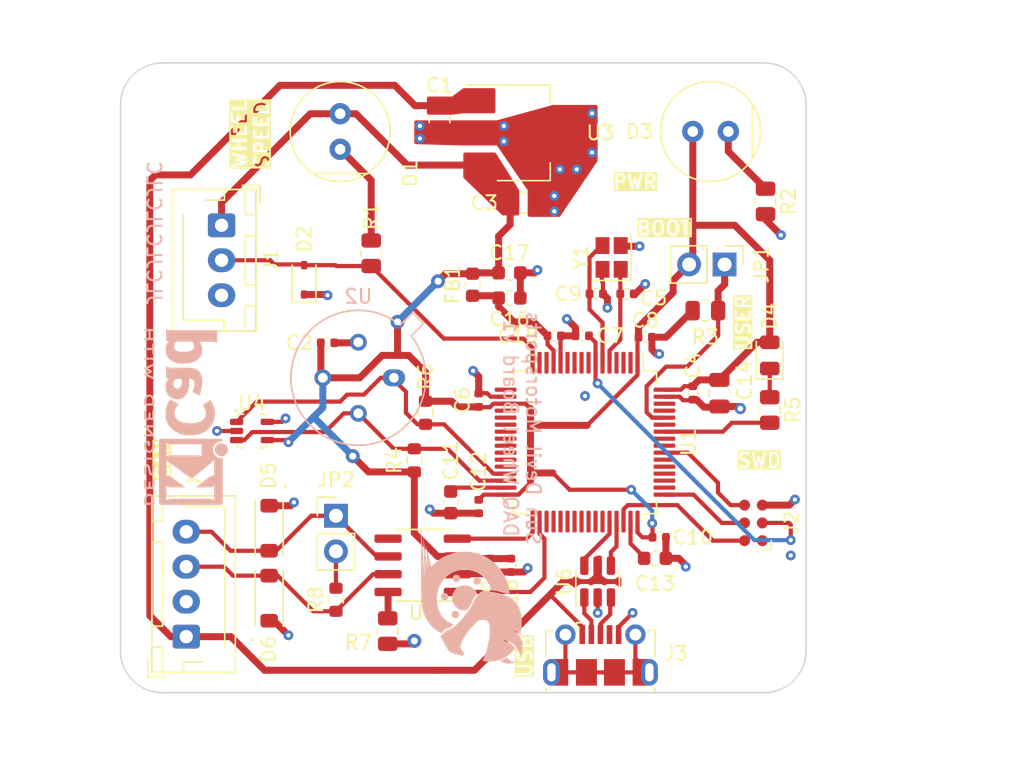
<source format=kicad_pcb>
(kicad_pcb (version 20221018) (generator pcbnew)
  (title_block (title "SDM-24 Wheel Board") (date "2023-11-03") (rev "v1") (company "Sun Devil Motorsports") (comment 1 "Front Assembly Drawing"))
  (layers (0 "F.Cu" signal) (1 "In1.Cu" power) (2 "In2.Cu" power) (31 "B.Cu" signal) (34 "B.Paste" user) (35 "F.Paste" user) (36 "B.SilkS" user "B.Silkscreen") (37 "F.SilkS" user "F.Silkscreen") (38 "B.Mask" user) (39 "F.Mask" user) (44 "Edge.Cuts" user))
  (net 0 "")
  (net 1 "+3.3V")
  (net 5 "/HSE_IN")
  (net 6 "/HSE_OUT")
  (net 7 "VCC")
  (net 8 "GND")
  (net 9 "/NRST")
  (net 10 "/SWO")
  (net 11 "Net-(JP2-B)")
  (net 12 "/USER_LED")
  (net 15 "+3.3VA")
  (net 24 "/HE_OUTPUT")
  (net 25 "/USB_D-")
  (net 26 "/USB_D+")
  (net 27 "/SWDIO")
  (net 31 "/SWCLK")
  (net 32 "/I2C2_SDA")
  (net 33 "/I2C2_SCL")
  (net 34 "/BOOT0")
  (net 35 "/CRX")
  (net 36 "/CTX")
  (net 37 "/CAN-")
  (net 38 "/CAN+")
  (net 40 "unconnected-(J3-Shield-Pad6)")
  (net 42 "/HE_LED")
  (net 43 "/PWR_LED")
  (net 44 "Net-(D4-K)")
  (net 47 "/CAN_Rs")
  (net 49 "/USB_J_D-")
  (net 50 "/USB_J_D+")
  (net 68 "/VCAP1")
  (net 69 "/VCAP2")
  (footprint "Capacitor_SMD:C_0402_1005Metric" (layer "F.Cu") (at 188.5 90.6)
    (fp_text reference "C8")
    (fp_text value "100nF")
  )
  (footprint "Connector:Tag-Connect_TC2030-IDC-NL_2x03_P1.27mm_Vertical" (layer "F.Cu") (at 196.235 103.87 90)
    (fp_text reference "J2")
    (fp_text value "Conn_ARM_SWD_TagConnect_TC2030")
  )
  (footprint "Package_TO_SOT_SMD:SOT-23-6" (layer "F.Cu") (at 185.1 108.0625 90)
    (fp_text reference "U6")
    (fp_text value "USBLC6-2SC6")
  )
  (footprint "Capacitor_SMD:C_0402_1005Metric" (layer "F.Cu") (at 176.6 102.7 -90)
    (fp_text reference "C12")
    (fp_text value "100nF")
  )
  (footprint "Diode_SMD:D_SOD-323" (layer "F.Cu") (at 164.125 86.5 90)
    (fp_text reference "D2")
    (fp_text value "TVS")
  )
  (footprint "Capacitor_SMD:C_0402_1005Metric" (layer "F.Cu") (at 178.9 106.9 -90)
    (fp_text reference "C18")
    (fp_text value "100nF")
  )
  (footprint "Capacitor_SMD:C_0603_1608Metric" (layer "F.Cu") (at 174.6 102.4 -90)
    (fp_text reference "C11")
    (fp_text value "2.2uF")
  )
  (footprint "Package_QFP:LQFP-64_10x10mm_P0.5mm" (layer "F.Cu") (at 184.2 98.1 -90)
    (fp_text reference "U1")
    (fp_text value "STM32F405RGT6")
  )
  (footprint "Capacitor_SMD:C_0603_1608Metric" (layer "F.Cu") (at 189.2 106.4)
    (fp_text reference "C13")
    (fp_text value "2.2uF")
  )
  (footprint "Library:Dialight_561-XX0X-XXX" (layer "F.Cu") (at 193.17 75.9)
    (fp_text reference "D3")
    (fp_text value "RED")
  )
  (footprint "Package_TO_SOT_SMD:SOT-223-3_TabPin2" (layer "F.Cu") (at 179.8 76)
    (fp_text reference "U3")
    (fp_text value "MIC37100-3.3WS")
  )
  (footprint "Capacitor_SMD:C_0805_2012Metric" (layer "F.Cu") (at 179.8 81)
    (fp_text reference "C3")
    (fp_text value "10uF")
  )
  (footprint "Capacitor_SMD:C_0402_1005Metric" (layer "F.Cu") (at 191.9 94.58 -90)
    (fp_text reference "C4")
    (fp_text value "100nF")
  )
  (footprint "Capacitor_SMD:C_0402_1005Metric" (layer "F.Cu") (at 184 90.5 180)
    (fp_text reference "C7")
    (fp_text value "100nF")
  )
  (footprint "Connector_JST:JST_XH_B3B-XH-AM_1x03_P2.50mm_Vertical" (layer "F.Cu") (at 158.225 82.6 -90)
    (fp_text reference "J1")
    (fp_text value "JST_XH_3P")
  )
  (footprint "Capacitor_SMD:C_0603_1608Metric" (layer "F.Cu") (at 178.8 87.8)
    (fp_text reference "C16")
    (fp_text value "1uF")
  )
  (footprint "Capacitor_SMD:C_0402_1005Metric" (layer "F.Cu") (at 177.4 106.9 -90)
    (fp_text reference "C19")
    (fp_text value "100nF")
  )
  (footprint "Resistor_SMD:R_0603_1608Metric" (layer "F.Cu") (at 172.8 96 -90)
    (fp_text reference "R6")
    (fp_text value "2.7k")
  )
  (footprint "Connector_JST:JST_XH_B4B-XH-AM_1x04_P2.50mm_Vertical" (layer "F.Cu") (at 155.7 112 90)
    (fp_text reference "J4")
    (fp_text value "JST_XH_4P")
  )
  (footprint "Capacitor_SMD:C_0805_2012Metric" (layer "F.Cu") (at 173.8 75 -90)
    (fp_text reference "C1")
    (fp_text value "10uF")
  )
  (footprint "Inductor_SMD:L_0603_1608Metric" (layer "F.Cu") (at 176.166 86.85 90)
    (fp_text reference "FB1")
    (fp_text value "120R")
  )
  (footprint "Resistor_SMD:R_0805_2012Metric" (layer "F.Cu") (at 197.4 95.8 -90)
    (fp_text reference "R5")
    (fp_text value "220")
  )
  (footprint "Library:Dialight_561-XX0X-XXX" (layer "F.Cu") (at 166.7 75.9 -90)
    (fp_text reference "D1")
    (fp_text value "GREEN")
  )
  (footprint "LED_SMD:LED_0805_2012Metric" (layer "F.Cu") (at 197.4 91.9 90)
    (fp_text reference "D4")
    (fp_text value "GREEN")
  )
  (footprint "MountingHole:MountingHole_3.2mm_M3" (layer "F.Cu") (at 196 112)
    (fp_text reference "H2" hide)
    (fp_text value "M3")
  )
  (footprint "Library:SOD-123FL" (layer "F.Cu") (at 161.625 104.25 -90)
    (fp_text reference "D5")
    (fp_text value "TVS")
  )
  (footprint "Connector_USB:USB_Micro-B_Molex-105017-0001" (layer "F.Cu") (at 185.3 113.3125)
    (fp_text reference "J3")
    (fp_text value "USB_B_Micro")
  )
  (footprint "Resistor_SMD:R_0603_1608Metric" (layer "F.Cu") (at 172 99.4 90)
    (fp_text reference "R4")
    (fp_text value "2.7k")
  )
  (footprint "Capacitor_SMD:C_0805_2012Metric" (layer "F.Cu") (at 193.8 94.6 -90)
    (fp_text reference "C14")
    (fp_text value "10uF")
  )
  (footprint "Library:SOD-123FL" (layer "F.Cu") (at 161.625 109.25 90)
    (fp_text reference "D6")
    (fp_text value "TVS")
  )
  (footprint "Resistor_SMD:R_0805_2012Metric" (layer "F.Cu") (at 197.1 80.9 -90)
    (fp_text reference "R2")
    (fp_text value "220")
  )
  (footprint "Library:SC-70-5" (layer "F.Cu") (at 160.4 97.3)
    (fp_text reference "U4")
    (fp_text value "24LC01BT-E/LT")
  )
  (footprint "Connector_PinHeader_2.54mm:PinHeader_1x02_P2.54mm_Vertical" (layer "F.Cu") (at 194.175 85.4 -90)
    (fp_text reference "JP1")
    (fp_text value "BOOT")
  )
  (footprint "Resistor_SMD:R_0805_2012Metric" (layer "F.Cu") (at 170.1 111.6 -90)
    (fp_text reference "R7")
    (fp_text value "10k")
  )
  (footprint "Capacitor_SMD:C_0402_1005Metric" (layer "F.Cu") (at 189.5 104.9)
    (fp_text reference "C10")
    (fp_text value "100nF")
  )
  (footprint "Capacitor_SMD:C_0402_1005Metric" (layer "F.Cu") (at 187.2 87.5)
    (fp_text reference "C5")
    (fp_text value "10pF")
  )
  (footprint "Capacitor_SMD:C_0402_1005Metric" (layer "F.Cu") (at 182 90.5)
    (fp_text reference "C15")
    (fp_text value "100nF")
  )
  (footprint "Resistor_SMD:R_0805_2012Metric" (layer "F.Cu") (at 192.8 88.7)
    (fp_text reference "R3")
    (fp_text value "10k")
  )
  (footprint "MountingHole:MountingHole_3.2mm_M3" (layer "F.Cu") (at 155 75)
    (fp_text reference "H1" hide)
    (fp_text value "M3")
  )
  (footprint "Resistor_SMD:R_0603_1608Metric" (layer "F.Cu") (at 166.4 109.36 90)
    (fp_text reference "R8")
    (fp_text value "120")
  )
  (footprint "Package_SO:SOIC-8_3.9x4.9mm_P1.27mm" (layer "F.Cu") (at 172.6 106.9 180)
    (fp_text reference "U5")
    (fp_text value "SN65HVD230")
  )
  (footprint "Resistor_SMD:R_0805_2012Metric" (layer "F.Cu") (at 168.92 84.6 90)
    (fp_text reference "R1")
    (fp_text value "220")
  )
  (footprint "Crystal:Crystal_SMD_2520-4Pin_2.5x2.0mm" (layer "F.Cu") (at 186.1 84.9 90)
    (fp_text reference "Y1")
    (fp_text value "12MHz")
  )
  (footprint "Capacitor_SMD:C_0402_1005Metric" (layer "F.Cu") (at 185 87.5)
    (fp_text reference "C9")
    (fp_text value "10pF")
  )
  (footprint "Capacitor_SMD:C_0402_1005Metric" (layer "F.Cu") (at 176.6 95.1 90)
    (fp_text reference "C6")
    (fp_text value "100nF")
  )
  (footprint "Capacitor_SMD:C_0603_1608Metric" (layer "F.Cu") (at 178.8 86)
    (fp_text reference "C17")
    (fp_text value "1uF")
  )
  (footprint "Connector_PinHeader_2.54mm:PinHeader_1x02_P2.54mm_Vertical" (layer "F.Cu") (at 166.4 103.36)
    (fp_text reference "JP2")
    (fp_text value "Bus Termination")
  )
  (footprint "Capacitor_SMD:C_0402_1005Metric" (layer "F.Cu") (at 165.8 91)
    (fp_text reference "C2")
    (fp_text value "100nF")
  )
  (footprint "LOGO" (layer "B.Cu") (at 175.793558 109.327402 90)
    (fp_text reference "G***" hide)
    (fp_text value "LOGO" hide)
  )
  (footprint "Symbol:KiCad-Logo2_5mm_SilkScreen" (layer "B.Cu") (at 155.7 96.3 90)
    (fp_text reference "REF**" hide)
    (fp_text value "KiCad-Logo2_5mm_SilkScreen" hide)
  )
  (footprint "Package_TO_SOT_THT:TO-39-4" (layer "B.Cu") (at 170.54 93.5 180)
    (fp_text reference "U2")
    (fp_text value "MLX90614")
  )
  (gr_line locked (start 154 71) (end 197 71) (stroke (width 0.1)) (layer "Edge.Cuts"))
  (gr_arc locked (start 200 113) (mid 199.12132 115.12132) (end 197 116) (stroke (width 0.1)) (layer "Edge.Cuts"))
  (gr_arc locked (start 151 74) (mid 151.87868 71.87868) (end 154 71) (stroke (width 0.1)) (layer "Edge.Cuts"))
  (gr_line locked (start 151 74) (end 151 113) (stroke (width 0.1)) (layer "Edge.Cuts"))
  (gr_arc locked (start 197 71) (mid 199.12132 71.87868) (end 200 74) (stroke (width 0.1)) (layer "Edge.Cuts"))
  (gr_line locked (start 154 116) (end 197 116) (stroke (width 0.1)) (layer "Edge.Cuts"))
  (gr_arc locked (start 154 116) (mid 151.87868 115.12132) (end 151 113) (stroke (width 0.1)) (layer "Edge.Cuts"))
  (gr_line locked (start 200 113) (end 200 74) (stroke (width 0.1)) (layer "Edge.Cuts"))
  (gr_text "Sun Devil Motorsports\nDAQ Wheel Board v1" (at 178.3 97.1 -90) (layer "B.SilkS") (effects (font (size 1 1)) (justify bottom mirror)))
  (gr_text "JLCJLCJLCJLC" (at 152.8 88.4 -90) (layer "B.SilkS") (effects (font (size 1 1)) (justify left bottom mirror)))
  (gr_text "USB" (at 180.5 115 90) (layer "F.SilkS" knockout) (effects (font (size 1 1)) (justify left bottom)))
  (gr_text "BOOT" (at 187.8 83.4) (layer "F.SilkS" knockout) (effects (font (size 1 1)) (justify left bottom)))
  (gr_text "CAN" (at 154.6 100.9 90) (layer "F.SilkS" knockout) (effects (font (size 1 1)) (justify left bottom)))
  (gr_text "WHEEL\nSPEED" (at 161.7 78.6 90) (layer "F.SilkS" knockout) (effects (font (size 1 1)) (justify left bottom)))
  (gr_text "SWD" (at 195 100) (layer "F.SilkS" knockout) (effects (font (size 1 1)) (justify left bottom)))
  (gr_text "PWR" (at 186.1 80.1) (layer "F.SilkS" knockout) (effects (font (size 1 1)) (justify left bottom)))
  (gr_text "USER" (at 196.1 91.6 90) (layer "F.SilkS" knockout) (effects (font (size 1 1)) (justify left bottom)))
  (segment (start 172.8 95.175) (end 174.675 95.175) (width 0.5) (layer "F.Cu") (net 1))
  (segment (start 179.95 95.35) (end 180.3 95.7) (width 0.3) (layer "F.Cu") (net 1))
  (segment (start 170.8 91.9) (end 169.7 91.9) (width 0.5) (layer "F.Cu") (net 1))
  (segment (start 166.7 74.63) (end 167.83 74.63) (width 0.5) (layer "F.Cu") (net 1))
  (segment (start 176.62 95.6) (end 176.6 95.58) (width 0.3) (layer "F.Cu") (net 1))
  (segment (start 180.3 101) (end 180.3 100.9) (width 0.3) (layer "F.Cu") (net 1))
  (segment (start 188.02 89.88) (end 188.02 90.6) (width 0.5) (layer "F.Cu") (net 1))
  (segment (start 190.5 87.4) (end 188.02 89.88) (width 0.5) (layer "F.Cu") (net 1))
  (segment (start 187.95 92.425) (end 187.95 93.301041) (width 0.3) (layer "F.Cu") (net 1))
  (segment (start 178.525 95.35) (end 179.95 95.35) (width 0.3) (layer "F.Cu") (net 1))
  (segment (start 165.32 93.36) (end 165.46 93.5) (width 0.5) (layer "F.Cu") (net 1))
  (segment (start 178.025 83.375) (end 178.85 82.55) (width 0.5) (layer "F.Cu") (net 1))
  (segment (start 178.525 101.85) (end 179.45 101.85) (width 0.3) (layer "F.Cu") (net 1))
  (segment (start 175.08 95.58) (end 176.6 95.58) (width 0.5) (layer "F.Cu") (net 1))
  (segment (start 167.83 74.63) (end 171.5 78.3) (width 0.5) (layer "F.Cu") (net 1))
  (segment (start 187.95 104.55) (end 188.3 104.9) (width 0.3) (layer "F.Cu") (net 1))
  (segment (start 176.5 106.3) (end 175.11 106.3) (width 0.5) (layer "F.Cu") (net 1))
  (segment (start 197.4 90.9625) (end 196.4875 90.9625) (width 0.5) (layer "F.Cu") (net 1))
  (segment (start 188.3 104.9) (end 189.02 104.9) (width 0.3) (layer "F.Cu") (net 1))
  (segment (start 172 104.6) (end 172 100.225) (width 0.5) (layer "F.Cu") (net 1))
  (segment (start 178.85 82.55) (end 178.85 81) (width 0.5) (layer "F.Cu") (net 1))
  (segment (start 174.675 95.175) (end 175.08 95.58) (width 0.5) (layer "F.Cu") (net 1))
  (segment (start 165.32 91) (end 165.32 93.36) (width 0.5) (layer "F.Cu") (net 1))
  (segment (start 187.95 93.301041) (end 184.351041 96.9) (width 0.3) (layer "F.Cu") (net 1))
  (segment (start 191.9 82.6) (end 191.9 85.135) (width 0.5) (layer "F.Cu") (net 1))
  (segment (start 194.9 82.6) (end 191.9 82.6) (width 0.5) (layer "F.Cu") (net 1))
  (segment (start 193.8 93.65) (end 192.35 93.65) (width 0.5) (layer "F.Cu") (net 1))
  (segment (start 175.075 106.265) (end 173.665 106.265) (width 0.5) (layer "F.Cu") (net 1))
  (segment (start 166.7 74.63) (end 164.57 74.63) (width 0.5) (layer "F.Cu") (net 1))
  (segment (start 171.6 91.9) (end 170.8 91.9) (width 0.5) (layer "F.Cu") (net 1))
  (segment (start 177.4 95.598959) (end 177.4 95.6) (width 0.3) (layer "F.Cu") (net 1))
  (segment (start 191.3 94.1) (end 191.9 94.1) (width 0.3) (layer "F.Cu") (net 1))
  (segment (start 175.11 106.3) (end 175.075 106.265) (width 0.5) (layer "F.Cu") (net 1))
  (segment (start 168.1 93.5) (end 165.46 93.5) (width 0.5) (layer "F.Cu") (net 1))
  (segment (start 174.2375 86.0625) (end 173.7 86.6) (width 0.5) (layer "F.Cu") (net 1))
  (segment (start 179.45 101.85) (end 180.3 101) (width 0.3) (layer "F.Cu") (net 1))
  (segment (start 189.875 94.35) (end 191.05 94.35) (width 0.3) (layer "F.Cu") (net 1))
  (segment (start 191.9 75.9) (end 191.9 82.6) (width 0.5) (layer "F.Cu") (net 1))
  (segment (start 178.025 86) (end 178.025 83.375) (width 0.5) (layer "F.Cu") (net 1))
  (segment (start 169.7 91.9) (end 168.1 93.5) (width 0.5) (layer "F.Cu") (net 1))
  (segment (start 180.3 96.9) (end 180.3 95.7) (width 0.5) (layer "F.Cu") (net 1))
  (segment (start 177.4 106.42) (end 176.62 106.42) (width 0.5) (layer "F.Cu") (net 1))
  (segment (start 197.4 85.1) (end 194.9 82.6) (width 0.5) (layer "F.Cu") (net 1))
  (segment (start 183.1 101.5) (end 181.9 100.3) (width 0.3) (layer "F.Cu") (net 1))
  (segment (start 177.4 95.6) (end 176.62 95.6) (width 0.3) (layer "F.Cu") (net 1))
  (segment (start 158.225 80.975) (end 158.225 82.6) (width 0.5) (layer "F.Cu") (net 1))
  (segment (start 172 100.225) (end 168.725 100.225) (width 0.5) (layer "F.Cu") (net 1))
  (segment (start 180.3 100.3) (end 180.3 98.7) (width 0.5) (layer "F.Cu") (net 1))
  (segment (start 181.9 100.3) (end 180.3 100.3) (width 0.5) (layer "F.Cu") (net 1))
  (segment (start 176.62 106.42) (end 176.5 106.3) (width 0.5) (layer "F.Cu") (net 1))
  (segment (start 164.57 74.63) (end 158.225 80.975) (width 0.5) (layer "F.Cu") (net 1))
  (segment (start 170.8 89.5) (end 170.8 91.9) (width 0.5) (layer "F.Cu") (net 1))
  (segment (start 190.5 86.535) (end 190.5 87.4) (width 0.5) (layer "F.Cu") (net 1))
  (segment (start 177.4 106.42) (end 178.9 106.42) (width 0.5) (layer "F.Cu") (net 1))
  (segment (start 180.3 98.7) (end 180.3 96.9) (width 0.5) (layer "F.Cu") (net 1))
  (segment (start 177.648959 95.35) (end 177.4 95.598959) (width 0.3) (layer "F.Cu") (net 1))
  (segment (start 191.05 94.35) (end 191.3 94.1) (width 0.3) (layer "F.Cu") (net 1))
  (segment (start 178.525 95.35) (end 177.648959 95.35) (width 0.3) (layer "F.Cu") (net 1))
  (segment (start 189.02 103.92) (end 189 103.9) (width 0.3) (layer "F.Cu") (net 1))
  (segment (start 173.665 106.265) (end 172 104.6) (width 0.5) (layer "F.Cu") (net 1))
  (segment (start 187.5 101.5) (end 183.1 101.5) (width 0.3) (layer "F.Cu") (net 1))
  (segment (start 189.02 104.9) (end 189.02 103.92) (width 0.3) (layer "F.Cu") (net 1))
  (segment (start 178.525 101.85) (end 176.97 101.85) (width 0.3) (layer "F.Cu") (net 1))
  (segment (start 176.166 86.0625) (end 174.2375 86.0625) (width 0.5) (layer "F.Cu") (net 1))
  (segment (start 197.4 90.9625) (end 197.4 85.1) (width 0.5) (layer "F.Cu") (net 1))
  (segment (start 192.35 93.65) (end 191.9 94.1) (width 0.5) (layer "F.Cu") (net 1))
  (segment (start 168.725 100.225) (end 167.6 99.1) (width 0.5) (layer "F.Cu") (net 1))
  (segment (start 172.8 93.1) (end 171.6 91.9) (width 0.5) (layer "F.Cu") (net 1))
  (segment (start 162.85 97.95) (end 163 98.1) (width 0.3) (layer "F.Cu") (net 1))
  (segment (start 176.2285 86) (end 176.166 86.0625) (width 0.5) (layer "F.Cu") (net 1))
  (segment (start 191.635 85.4) (end 190.5 86.535) (width 0.5) (layer "F.Cu") (net 1))
  (segment (start 184.351041 96.9) (end 180.3 96.9) (width 0.5) (layer "F.Cu") (net 1))
  (segment (start 187.95 103.775) (end 187.95 104.55) (width 0.3) (layer "F.Cu") (net 1))
  (segment (start 196.4875 90.9625) (end 193.8 93.65) (width 0.5) (layer "F.Cu") (net 1))
  (segment (start 161.5 97.95) (end 162.85 97.95) (width 0.3) (layer "F.Cu") (net 1))
  (segment (start 180.3 100.9) (end 180.3 100.3) (width 0.5) (layer "F.Cu") (net 1))
  (segment (start 187.95 92.425) (end 187.95 90.67) (width 0.3) (layer "F.Cu") (net 1))
  (segment (start 178.025 86) (end 176.2285 86) (width 0.5) (layer "F.Cu") (net 1))
  (segment (start 171.5 78.3) (end 176.65 78.3) (width 0.5) (layer "F.Cu") (net 1))
  (segment (start 172.8 95.175) (end 172.8 93.1) (width 0.5) (layer "F.Cu") (net 1))
  (segment (start 187.95 90.67) (end 188.02 90.6) (width 0.3) (layer "F.Cu") (net 1))
  (segment (start 191.9 85.135) (end 191.635 85.4) (width 0.5) (layer "F.Cu") (net 1))
  (segment (start 176.97 101.85) (end 176.6 102.22) (width 0.3) (layer "F.Cu") (net 1))
  (via (at 170.8 89.5) (size 1) (drill 0.5) (layers "F.Cu" "B.Cu") (net 1))
  (via (at 167.6 99.1) (size 1) (drill 0.5) (layers "F.Cu" "B.Cu") (net 1))
  (via (at 173.7 86.6) (size 1) (drill 0.5) (layers "F.Cu" "B.Cu") (net 1))
  (via (at 163 98.1) (size 0.7) (drill 0.3) (layers "F.Cu" "B.Cu") (net 1))
  (via (at 187.5 101.5) (size 0.7) (drill 0.3) (layers "F.Cu" "B.Cu") (net 1))
  (via (at 189 103.9) (size 0.7) (drill 0.3) (layers "F.Cu" "B.Cu") (net 1))
  (segment (start 165.46 95.64) (end 164.8 96.3) (width 0.5) (layer "B.Cu") (net 1))
  (segment (start 189 103.9) (end 189 103) (width 0.3) (layer "B.Cu") (net 1))
  (segment (start 167.6 99.1) (end 164.8 96.3) (width 0.5) (layer "B.Cu") (net 1))
  (segment (start 189 103) (end 187.5 101.5) (width 0.3) (layer "B.Cu") (net 1))
  (segment (start 173.7 86.6) (end 170.8 89.5) (width 0.5) (layer "B.Cu") (net 1))
  (segment (start 165.46 93.5) (end 165.46 95.64) (width 0.5) (layer "B.Cu") (net 1))
  (segment (start 164.8 96.3) (end 163 98.1) (width 0.5) (layer "B.Cu") (net 1))
  (segment (start 186.72 87.5) (end 186.72 85.855) (width 0.3) (layer "F.Cu") (net 5))
  (segment (start 185.95 91.548959) (end 186.72 90.778959) (width 0.3) (layer "F.Cu") (net 5))
  (segment (start 186.72 85.855) (end 186.8 85.775) (width 0.3) (layer "F.Cu") (net 5))
  (segment (start 185.95 92.425) (end 185.95 91.548959) (width 0.3) (layer "F.Cu") (net 5))
  (segment (start 186.72 90.778959) (end 186.72 87.5) (width 0.3) (layer "F.Cu") (net 5))
  (segment (start 184.52 88.62) (end 184.52 87.5) (width 0.3) (layer "F.Cu") (net 6))
  (segment (start 185.45 89.55) (end 184.52 88.62) (width 0.3) (layer "F.Cu") (net 6))
  (segment (start 184.52 84.905) (end 185.4 84.025) (width 0.3) (layer "F.Cu") (net 6))
  (segment (start 184.52 87.5) (end 184.52 84.905) (width 0.3) (layer "F.Cu") (net 6))
  (segment (start 185.45 92.425) (end 185.45 89.55) (width 0.3) (layer "F.Cu") (net 6))
  (segment (start 156 79) (end 162.4 72.6) (width 0.5) (layer "F.Cu") (net 7))
  (segment (start 158.9 112) (end 160.6 113.7) (width 0.5) (layer "F.Cu") (net 7))
  (segment (start 184 111.3) (end 181.7 109) (width 0.3) (layer "F.Cu") (net 7))
  (segment (start 181.7 109) (end 182.2 108.5) (width 0.5) (layer "F.Cu") (net 7))
  (segment (start 172.05 74.05) (end 173.8 74.05) (width 0.5) (layer "F.Cu") (net 7))
  (segment (start 162.4 72.6) (end 170.6 72.6) (width 0.5) (layer "F.Cu") (net 7))
  (segment (start 182.2 108.5) (end 182.6 108.1) (width 0.5) (layer "F.Cu") (net 7))
  (segment (start 184 111.85) (end 184 111.3) (width 0.3) (layer "F.Cu") (net 7))
  (segment (start 173.8 114.4) (end 176.3 114.4) (width 0.5) (layer "F.Cu") (net 7))
  (segment (start 182.6 108.1) (end 182.7 108.1) (width 0.5) (layer "F.Cu") (net 7))
  (segment (start 176.3 114.4) (end 181.7 109) (width 0.5) (layer "F.Cu") (net 7))
  (segment (start 153.1 79.4) (end 153.5 79) (width 0.5) (layer "F.Cu") (net 7))
  (segment (start 153.5 79) (end 156 79) (width 0.5) (layer "F.Cu") (net 7))
  (segment (start 160.6 113.7) (end 161.3 114.4) (width 0.5) (layer "F.Cu") (net 7))
  (segment (start 153.1 110.5) (end 153.1 79.4) (width 0.5) (layer "F.Cu") (net 7))
  (segment (start 182.7 108.1) (end 183.4 108.1) (width 0.5) (layer "F.Cu") (net 7))
  (segment (start 155.7 112) (end 154.6 112) (width 0.5) (layer "F.Cu") (net 7))
  (segment (start 161.3 114.4) (end 173.8 114.4) (width 0.5) (layer "F.Cu") (net 7))
  (segment (start 154.6 112) (end 153.1 110.5) (width 0.5) (layer "F.Cu") (net 7))
  (segment (start 155.7 112) (end 158.9 112) (width 0.5) (layer "F.Cu") (net 7))
  (segment (start 170.6 72.6) (end 172.05 74.05) (width 0.5) (layer "F.Cu") (net 7))
  (segment (start 186.6 111.85) (end 186.6 111.3) (width 0.3) (layer "F.Cu") (net 8))
  (segment (start 182.45 92.425) (end 182.45 90.53) (width 0.3) (layer "F.Cu") (net 8))
  (segment (start 176.595 103.175) (end 176.6 103.18) (width 0.5) (layer "F.Cu") (net 8))
  (segment (start 185.48 86.68) (end 185.4 86.6) (width 0.3) (layer "F.Cu") (net 8))
  (segment (start 177.1 107.5) (end 175.11 107.5) (width 0.5) (layer "F.Cu") (net 8))
  (segment (start 192.16 95.06) (end 192.7 95.6) (width 0.5) (layer "F.Cu") (net 8))
  (segment (start 178.9 107.38) (end 179.82 107.38) (width 0.5) (layer "F.Cu") (net 8))
  (segment (start 193.8 95.55) (end 195.15 95.55) (width 0.5) (layer "F.Cu") (net 8))
  (segment (start 177.45 94.85) (end 177.2 94.6) (width 0.3) (layer "F.Cu") (net 8))
  (segment (start 179.82 107.38) (end 180.1 107.1) (width 0.5) (layer "F.Cu") (net 8))
  (segment (start 161.96 110.86) (end 163 111.9) (width 0.5) (layer "F.Cu") (net 8))
  (segment (start 174.6 103.175) (end 176.595 103.175) (width 0.5) (layer "F.Cu") (net 8))
  (segment (start 193.75 95.6) (end 193.8 95.55) (width 0.5) (layer "F.Cu") (net 8))
  (segment (start 159.3 97.3) (end 157.9 97.3) (width 0.3) (layer "F.Cu") (net 8))
  (segment (start 165.75 87.55) (end 165.8 87.6) (width 0.5) (layer "F.Cu") (net 8))
  (segment (start 167.96 91) (end 168 90.96) (width 0.5) (layer "F.Cu") (net 8))
  (segment (start 161.5 96.65) (end 162.55 96.65) (width 0.3) (layer "F.Cu") (net 8))
  (segment (start 191.4 106.9) (end 191.4 107) (width 0.5) (layer "F.Cu") (net 8))
  (segment (start 189.9875 90.6) (end 191.8875 88.7) (width 0.5) (layer "F.Cu") (net 8))
  (segment (start 185.48 87.5) (end 185.48 86.68) (width 0.3) (layer "F.Cu") (net 8))
  (segment (start 189.3 91.8) (end 189.5 91.8) (width 0.5) (layer "F.Cu") (net 8))
  (segment (start 161.625 102.64) (end 163.16 102.64) (width 0.5) (layer "F.Cu") (net 8))
  (segment (start 195.15 95.55) (end 195.3 95.7) (width 0.5) (layer "F.Cu") (net 8))
  (segment (start 190.95 94.85) (end 191.2 95.1) (width 0.3) (layer "F.Cu") (net 8))
  (segment (start 178.9 107.38) (end 177.4 107.38) (width 0.5) (layer "F.Cu") (net 8))
  (segment (start 177.4 107.38) (end 177.22 107.38) (width 0.5) (layer "F.Cu") (net 8))
  (segment (start 175.11 107.5) (end 175.075 107.535) (width 0.5) (layer "F.Cu") (net 8))
  (segment (start 176.62 94.6) (end 176.6 94.62) (width 0.3) (layer "F.Cu") (net 8))
  (segment (start 171.7875 112.5125) (end 172 112.3) (width 0.5) (layer "F.Cu") (net 8))
  (segment (start 164.125 87.55) (end 165.75 87.55) (width 0.5) (layer "F.Cu") (net 8))
  (segment (start 182.48 90.5) (end 183.52 90.5) (width 0.5) (layer "F.Cu") (net 8))
  (segment (start 192.7 95.6) (end 193.75 95.6) (width 0.5) (layer "F.Cu") (net 8))
  (segment (start 185.8 87.82) (end 185.48 87.5) (width 0.5) (layer "F.Cu") (net 8))
  (segment (start 176.6 93.4) (end 176.2 93) (width 0.5) (layer "F.Cu") (net 8))
  (segment (start 188.98 91.48) (end 189.3 91.8) (width 0.5) (layer "F.Cu") (net 8))
  (segment (start 190.9 106.4) (end 191.4 106.9) (width 0.5) (layer "F.Cu") (net 8))
  (segment (start 198.8 102.6) (end 199.2 102.2) (width 0.5) (layer "F.Cu") (net 8))
  (segment (start 174.6 103.175) (end 173.375 103.175) (width 0.5) (layer "F.Cu") (net 8))
  (segment (start 179.575 86) (end 180.6 86) (width 0.5) (layer "F.Cu") (net 8))
  (segment (start 170.1 112.5125) (end 171.7875 112.5125) (width 0.5) (layer "F.Cu") (net 8))
  (segment (start 197.1 81.8125) (end 197.1 82.2) (width 0.5) (layer "F.Cu") (net 8))
  (segment (start 177.22 107.38) (end 177.1 107.5) (width 0.5) (layer "F.Cu") (net 8))
  (segment (start 185.4 86.6) (end 185.4 85.775) (width 0.3) (layer "F.Cu") (net 8))
  (segment (start 187.8 87.5) (end 188.5 86.8) (width 0.5) (layer "F.Cu") (net 8))
  (segment (start 189.975 104.905) (end 189.98 104.9) (width 0.5) (layer "F.Cu") (net 8))
  (segment (start 178.525 94.85) (end 177.45 94.85) (width 0.3) (layer "F.Cu") (net 8))
  (segment (start 189.975 106.4) (end 189.975 104.905) (width 0.5) (layer "F.Cu") (net 8))
  (segment (start 173.375 103.175) (end 173.1 102.9) (width 0.5) (layer "F.Cu") (net 8))
  (segment (start 176.6 93.7) (end 176.6 93.4) (width 0.5) (layer "F.Cu") (net 8))
  (segment (start 163.16 102.64) (end 163.4 102.4) (width 0.5) (layer "F.Cu") (net 8))
  (segment (start 185.8 88.5) (end 185.8 87.82) (width 0.5) (layer "F.Cu") (net 8))
  (segment (start 183.52 89.92) (end 182.9 89.3) (width 0.5) (layer "F.Cu") (net 8))
  (segment (start 185.1 109.2) (end 185.1 110.3) (width 0.3) (layer "F.Cu") (net 8))
  (segment (start 180.6 86) (end 180.8 85.8) (width 0.5) (layer "F.Cu") (net 8))
  (segment (start 188.98 90.6) (end 188.98 91.48) (width 0.5) (layer "F.Cu") (net 8))
  (segment (start 166.28 91) (end 167.96 91) (width 0.5) (layer "F.Cu") (net 8))
  (segment (start 177.2 94.6) (end 176.62 94.6) (width 0.3) (layer "F.Cu") (net 8))
  (segment (start 183.52 90.5) (end 183.52 89.92) (width 0.5) (layer "F.Cu") (net 8))
  (segment (start 182.45 90.53) (end 182.48 90.5) (width 0.3) (layer "F.Cu") (net 8))
  (segment (start 179.575 86) (end 179.575 87.8) (width 0.5) (layer "F.Cu") (net 8))
  (segment (start 187.68 87.5) (end 187.8 87.5) (width 0.5) (layer "F.Cu") (net 8))
  (segment (start 186.8 84.1) (end 186.75 84.05) (width 0.5) (layer "F.Cu") (net 8))
  (segment (start 188.98 90.6) (end 189.9875 90.6) (width 0.5) (layer "F.Cu") (net 8))
  (segment (start 188.1 84.1) (end 186.8 84.1) (width 0.5) (layer "F.Cu") (net 8))
  (segment (start 191.9 95.06) (end 192.16 95.06) (width 0.5) (layer "F.Cu") (net 8))
  (segment (start 176.6 94.62) (end 176.6 93.7) (width 0.5) (layer "F.Cu") (net 8))
  (segment (start 161.625 110.86) (end 161.96 110.86) (width 0.5) (layer "F.Cu") (net 8))
  (segment (start 189.975 106.4) (end 190.9 106.4) (width 0.5) (layer "F.Cu") (net 8))
  (segment (start 191.2 95.1) (end 191.86 95.1) (width 0.3) (layer "F.Cu") (net 8))
  (segment (start 197.1 82.2) (end 198.2 83.3) (width 0.5) (layer "F.Cu") (net 8))
  (segment (start 185.1 110.3) (end 185.105378 110.305378) (width 0.3) (layer "F.Cu") (net 8))
  (segment (start 186.6 111.3) (end 187.6 110.3) (width 0.3) (layer "F.Cu") (net 8))
  (segment (start 162.55 96.65) (end 162.8 96.4) (width 0.3) (layer "F.Cu") (net 8))
  (segment (start 196.87 102.6) (end 198.8 102.6) (width 0.5) (layer "F.Cu") (net 8))
  (segment (start 189.875 94.85) (end 190.95 94.85) (width 0.3) (layer "F.Cu") (net 8))
  (via (at 199.2 102.2) (size 0.7) (drill 0.3) (layers "F.Cu" "B.Cu") (net 8))
  (via (at 187.6 110.3) (size 0.7) (drill 0.3) (layers "F.Cu" "B.Cu") (net 8))
  (via (at 178.4 76.6) (size 0.7) (drill 0.3) (layers "F.Cu" "B.Cu") (net 8))
  (via (at 172 112.3) (size 1) (drill 0.5) (layers "F.Cu" "B.Cu") (net 8))
  (via (at 173.1 102.9) (size 0.7) (drill 0.3) (layers "F.Cu" "B.Cu") (net 8))
  (via (at 182.9 89.3) (size 0.7) (drill 0.3) (layers "F.Cu" "B.Cu") (net 8))
  (via (at 182.4 78.6) (size 0.7) (drill 0.3) (layers "F.Cu" "B.Cu") (net 8))
  (via (at 184.7 74.6) (size 0.7) (drill 0.3) (layers "F.Cu" "B.Cu") (net 8))
  (via (at 163 111.9) (size 0.7) (drill 0.3) (layers "F.Cu" "B.Cu") (net 8))
  (via (at 184.2 94.8) (size 0.7) (drill 0.3) (layers "F.Cu" "B.Cu") (net 8))
  (via (at 195.3 95.7) (size 0.8) (drill 0.4) (layers "F.Cu" "B.Cu") (net 8))
  (via (at 162.8 96.4) (size 0.7) (drill 0.3) (layers "F.Cu" "B.Cu") (net 8))
  (via (at 165.8 87.6) (size 0.7) (drill 0.3) (layers "F.Cu" "B.Cu") (net 8))
  (via (at 198.9 106.2) (size 0.7) (drill 0.3) (layers "F.Cu" "B.Cu") (net 8))
  (via (at 189.5 91.8) (size 0.7) (drill 0.3) (layers "F.Cu" "B.Cu") (net 8))
  (via (at 180.8 85.8) (size 0.7) (drill 0.3) (layers "F.Cu" "B.Cu") (net 8))
  (via (at 180.1 107.1) (size 0.7) (drill 0.3) (layers "F.Cu" "B.Cu") (net 8))
  (via (at 176.2 93) (size 0.7) (drill 0.3) (layers "F.Cu" "B.Cu") (net 8))
  (via (at 157.9 97.3) (size 0.7) (drill 0.3) (layers "F.Cu" "B.Cu") (net 8))
  (via (at 182 80.5) (size 0.7) (drill 0.3) (layers "F.Cu" "B.Cu") (net 8))
  (via (at 188.5 86.8) (size 0.7) (drill 0.3) (layers "F.Cu" "B.Cu") (net 8))
  (via (at 172.4 75.5) (size 0.7) (drill 0.3) (layers "F.Cu" "B.Cu") (net 8))
  (via (at 163.4 102.4) (size 0.7) (drill 0.3) (layers "F.Cu" "B.Cu") (net 8))
  (via (at 184.7 77.4) (size 0.7) (drill 0.3) (layers "F.Cu" "B.Cu") (net 8))
  (via (at 198.2 83.3) (size 0.7) (drill 0.3) (layers "F.Cu" "B.Cu") (net 8))
  (via (at 183.6 78.6) (size 0.7) (drill 0.3) (layers "F.Cu" "B.Cu") (net 8))
  (via (at 191.4 107) (size 0.7) (drill 0.3) (layers "F.Cu" "B.Cu") (net 8))
  (via (at 172.4 76.4) (size 0.7) (drill 0.3) (layers "F.Cu" "B.Cu") (net 8))
  (via (at 185.8 88.5) (size 0.7) (drill 0.3) (layers "F.Cu" "B.Cu") (net 8))
  (via (at 182 81.6) (size 0.7) (drill 0.3) (layers "F.Cu" "B.Cu") (net 8))
  (via (at 188.1 84.1) (size 0.7) (drill 0.3) (layers "F.Cu" "B.Cu") (net 8))
  (via (at 178.4 75.5) (size 0.7) (drill 0.3) (layers "F.Cu" "B.Cu") (net 8))
  (via (at 185.105378 110.305378) (size 0.7) (drill 0.3) (layers "F.Cu" "B.Cu") (net 8))
  (segment (start 198.9 105.1) (end 198.9 104) (width 0.3) (layer "F.Cu") (net 9))
  (segment (start 184.95 93.75) (end 185.1 93.9) (width 0.3) (layer "F.Cu") (net 9))
  (segment (start 198.77 103.87) (end 196.87 103.87) (width 0.3) (layer "F.Cu") (net 9))
  (segment (start 184.95 90.97) (end 184.48 90.5) (width 0.3) (layer "F.Cu") (net 9))
  (segment (start 198.9 104) (end 198.77 103.87) (width 0.3) (layer "F.Cu") (net 9))
  (segment (start 184.95 92.425) (end 184.95 93.75) (width 0.3) (layer "F.Cu") (net 9))
  (segment (start 184.95 92.425) (end 184.95 90.97) (width 0.3) (layer "F.Cu") (net 9))
  (via (at 185.1 93.9) (size 0.7) (drill 0.3) (layers "F.Cu" "B.Cu") (net 9))
  (via (at 198.9 105.1) (size 0.7) (drill 0.3) (layers "F.Cu" "B.Cu") (net 9))
  (segment (start 185.1 93.9) (end 196.3 105.1) (width 0.3) (layer "B.Cu") (net 9))
  (segment (start 196.3 105.1) (end 198.9 105.1) (width 0.3) (layer "B.Cu") (net 9))
  (segment (start 194.6 102.6) (end 195.6 102.6) (width 0.3) (layer "F.Cu") (net 10))
  (segment (start 193.7 101) (end 193.7 101.7) (width 0.3) (layer "F.Cu") (net 10))
  (segment (start 191.55 98.85) (end 193.7 101) (width 0.3) (layer "F.Cu") (net 10))
  (segment (start 193.7 101.7) (end 194.6 102.6) (width 0.3) (layer "F.Cu") (net 10))
  (segment (start 189.875 98.85) (end 191.55 98.85) (width 0.3) (layer "F.Cu") (net 10))
  (segment (start 166.4 105.9) (end 166.4 108.535) (width 0.3) (layer "F.Cu") (net 11))
  (segment (start 194.6875 96.7125) (end 197.4 96.7125) (width 0.3) (layer "F.Cu") (net 12))
  (segment (start 194.05 97.35) (end 194.6875 96.7125) (width 0.3) (layer "F.Cu") (net 12))
  (segment (start 189.875 97.35) (end 194.05 97.35) (width 0.3) (layer "F.Cu") (net 12))
  (segment (start 181.95 91.548959) (end 181.52 91.118959) (width 0.3) (layer "F.Cu") (net 15))
  (segment (start 181.95 92.425) (end 181.95 91.548959) (width 0.3) (layer "F.Cu") (net 15))
  (segment (start 179.1 89.5) (end 180.52 89.5) (width 0.5) (layer "F.Cu") (net 15))
  (segment (start 181.52 91.118959) (end 181.52 90.5) (width 0.3) (layer "F.Cu") (net 15))
  (segment (start 180.52 89.5) (end 181.52 90.5) (width 0.5) (layer "F.Cu") (net 15))
  (segment (start 177.8625 87.6375) (end 178.025 87.8) (width 0.5) (layer "F.Cu") (net 15))
  (segment (start 178.025 88.425) (end 179.1 89.5) (width 0.5) (layer "F.Cu") (net 15))
  (segment (start 176.166 87.6375) (end 177.8625 87.6375) (width 0.5) (layer "F.Cu") (net 15))
  (segment (start 178.025 87.8) (end 178.025 88.425) (width 0.5) (layer "F.Cu") (net 15))
  (segment (start 164.125 85.45) (end 166.3625 85.45) (width 0.3) (layer "F.Cu") (net 24))
  (segment (start 179.8 90.7) (end 174.1075 90.7) (width 0.3) (layer "F.Cu") (net 24))
  (segment (start 166.425 85.5125) (end 168.92 85.5125) (width 0.3) (layer "F.Cu") (net 24))
  (segment (start 161.7 85.1) (end 162 85.4) (width 0.3) (layer "F.Cu") (net 24))
  (segment (start 180.45 91.35) (end 179.8 90.7) (width 0.3) (layer "F.Cu") (net 24))
  (segment (start 174.1075 90.7) (end 168.92 85.5125) (width 0.3) (layer "F.Cu") (net 24))
  (segment (start 180.45 92.425) (end 180.45 91.35) (width 0.3) (layer "F.Cu") (net 24))
  (segment (start 162 85.4) (end 164.075 85.4) (width 0.3) (layer "F.Cu") (net 24))
  (segment (start 158.225 85.1) (end 161.7 85.1) (width 0.3) (layer "F.Cu") (net 24))
  (segment (start 164.075 85.4) (end 164.125 85.45) (width 0.3) (layer "F.Cu") (net 24))
  (segment (start 166.3625 85.45) (end 166.425 85.5125) (width 0.3) (layer "F.Cu") (net 24))
  (segment (start 184.15 106.451041) (end 185.95 104.651041) (width 0.3) (layer "F.Cu") (net 25))
  (segment (start 185.95 104.651041) (end 185.95 103.775) (width 0.3) (layer "F.Cu") (net 25))
  (segment (start 184.15 106.925) (end 184.15 106.451041) (width 0.3) (layer "F.Cu") (net 25))
  (segment (start 186.05 105.95) (end 186.45 105.55) (width 0.3) (layer "F.Cu") (net 26))
  (segment (start 186.45 105.55) (end 186.45 103.775) (width 0.3) (layer "F.Cu") (net 26))
  (segment (start 186.05 106.925) (end 186.05 105.95) (width 0.3) (layer "F.Cu") (net 26))
  (segment (start 193.34 105.14) (end 195.6 105.14) (width 0.3) (layer "F.Cu") (net 27))
  (segment (start 190.8 102.6) (end 193.34 105.14) (width 0.3) (layer "F.Cu") (net 27))
  (segment (start 186.95 102.898959) (end 187.248959 102.6) (width 0.3) (layer "F.Cu") (net 27))
  (segment (start 187.248959 102.6) (end 190.8 102.6) (width 0.3) (layer "F.Cu") (net 27))
  (segment (start 186.95 103.775) (end 186.95 102.898959) (width 0.3) (layer "F.Cu") (net 27))
  (segment (start 189.875 101.85) (end 191.95 101.85) (width 0.3) (layer "F.Cu") (net 31))
  (segment (start 191.95 101.85) (end 193.97 103.87) (width 0.3) (layer "F.Cu") (net 31))
  (segment (start 193.97 103.87) (end 195.6 103.87) (width 0.3) (layer "F.Cu") (net 31))
  (segment (start 178.525 100.85) (end 176.65 100.85) (width 0.3) (layer "F.Cu") (net 32))
  (segment (start 165.625 97.375) (end 160.425 97.375) (width 0.3) (layer "F.Cu") (net 32))
  (segment (start 170.535 98.575) (end 168 96.04) (width 0.3) (layer "F.Cu") (net 32))
  (segment (start 176.65 100.85) (end 174.375 98.575) (width 0.3) (layer "F.Cu") (net 32))
  (segment (start 172 98.575) (end 170.535 98.575) (width 0.3) (layer "F.Cu") (net 32))
  (segment (start 166.96 96.04) (end 165.625 97.375) (width 0.3) (layer "F.Cu") (net 32))
  (segment (start 168 96.04) (end 166.96 96.04) (width 0.3) (layer "F.Cu") (net 32))
  (segment (start 160.425 97.375) (end 159.85 97.95) (width 0.3) (layer "F.Cu") (net 32))
  (segment (start 174.375 98.575) (end 172 98.575) (width 0.3) (layer "F.Cu") (net 32))
  (segment (start 159.85 97.95) (end 159.3 97.95) (width 0.3) (layer "F.Cu") (net 32))
  (segment (start 168.4 94.7) (end 167.2 94.7) (width 0.3) (layer "F.Cu") (net 33))
  (segment (start 166.7 95.2) (end 160.75 95.2) (width 0.3) (layer "F.Cu") (net 33))
  (segment (start 170.54 93.64) (end 170.54 93.5) (width 0.3) (layer "F.Cu") (net 33))
  (segment (start 160.75 95.2) (end 159.3 96.65) (width 0.3) (layer "F.Cu") (net 33))
  (segment (start 178.525 100.35) (end 177.648959 100.35) (width 0.3) (layer "F.Cu") (net 33))
  (segment (start 177.648959 100.35) (end 174.123959 96.825) (width 0.3) (layer "F.Cu") (net 33))
  (segment (start 167.2 94.7) (end 166.7 95.2) (width 0.3) (layer "F.Cu") (net 33))
  (segment (start 171.4 94.5) (end 170.54 93.64) (width 0.3) (layer "F.Cu") (net 33))
  (segment (start 171.4 96) (end 171.4 94.5) (width 0.3) (layer "F.Cu") (net 33))
  (segment (start 169.6 93.5) (end 168.4 94.7) (width 0.3) (layer "F.Cu") (net 33))
  (segment (start 172.225 96.825) (end 171.4 96) (width 0.3) (layer "F.Cu") (net 33))
  (segment (start 170.54 93.5) (end 169.6 93.5) (width 0.3) (layer "F.Cu") (net 33))
  (segment (start 174.123959 96.825) (end 172.8 96.825) (width 0.3) (layer "F.Cu") (net 33))
  (segment (start 172.8 96.825) (end 172.225 96.825) (width 0.3) (layer "F.Cu") (net 33))
  (segment (start 193.7125 87.2875) (end 193.7125 88.7) (width 0.5) (layer "F.Cu") (net 34))
  (segment (start 193.7125 90.4875) (end 193.7125 88.7) (width 0.3) (layer "F.Cu") (net 34))
  (segment (start 194.175 86.825) (end 193.7125 87.2875) (width 0.5) (layer "F.Cu") (net 34))
  (segment (start 188.6 94.1) (end 190 92.7) (width 0.3) (layer "F.Cu") (net 34))
  (segment (start 190 92.7) (end 191.5 92.7) (width 0.3) (layer "F.Cu") (net 34))
  (segment (start 188.6 95.951041) (end 188.6 94.1) (width 0.3) (layer "F.Cu") (net 34))
  (segment (start 189.875 96.35) (end 188.998959 96.35) (width 0.3) (layer "F.Cu") (net 34))
  (segment (start 194.175 85.4) (end 194.175 86.825) (width 0.5) (layer "F.Cu") (net 34))
  (segment (start 191.5 92.7) (end 193.7125 90.4875) (width 0.3) (layer "F.Cu") (net 34))
  (segment (start 188.998959 96.35) (end 188.6 95.951041) (width 0.3) (layer "F.Cu") (net 34))
  (segment (start 180.005 104.995) (end 180.45 104.55) (width 0.3) (layer "F.Cu") (net 35))
  (segment (start 175.075 104.995) (end 180.005 104.995) (width 0.3) (layer "F.Cu") (net 35))
  (segment (start 180.45 104.55) (end 180.45 103.775) (width 0.3) (layer "F.Cu") (net 35))
  (segment (start 180.95 103.775) (end 180.95 104.651041) (width 0.3) (layer "F.Cu") (net 36))
  (segment (start 181.3 105.001041) (end 181.3 107.8) (width 0.3) (layer "F.Cu") (net 36))
  (segment (start 181.3 107.8) (end 180.295 108.805) (width 0.3) (layer "F.Cu") (net 36))
  (segment (start 180.95 104.651041) (end 181.3 105.001041) (width 0.3) (layer "F.Cu") (net 36))
  (segment (start 180.295 108.805) (end 175.075 108.805) (width 0.3) (layer "F.Cu") (net 36))
  (segment (start 155.7 104.5) (end 157.5 104.5) (width 0.3) (layer "F.Cu") (net 37))
  (segment (start 170.125 106.265) (end 169.305 106.265) (width 0.3) (layer "F.Cu") (net 37))
  (segment (start 157.5 104.5) (end 158.86 105.86) (width 0.3) (layer "F.Cu") (net 37))
  (segment (start 158.86 105.86) (end 161.625 105.86) (width 0.3) (layer "F.Cu") (net 37))
  (segment (start 169.305 106.265) (end 166.4 103.36) (width 0.3) (layer "F.Cu") (net 37))
  (segment (start 161.625 105.86) (end 162.14 105.86) (width 0.3) (layer "F.Cu") (net 37))
  (segment (start 164.64 103.36) (end 166.4 103.36) (width 0.3) (layer "F.Cu") (net 37))
  (segment (start 162.14 105.86) (end 164.64 103.36) (width 0.3) (layer "F.Cu") (net 37))
  (segment (start 162.24 107.64) (end 164.785 110.185) (width 0.3) (layer "F.Cu") (net 38))
  (segment (start 164.785 110.185) (end 166.4 110.185) (width 0.3) (layer "F.Cu") (net 38))
  (segment (start 159.04 107.64) (end 161.625 107.64) (width 0.3) (layer "F.Cu") (net 38))
  (segment (start 155.7 107) (end 158.4 107) (width 0.3) (layer "F.Cu") (net 38))
  (segment (start 158.4 107) (end 159.04 107.64) (width 0.3) (layer "F.Cu") (net 38))
  (segment (start 161.625 107.64) (end 162.24 107.64) (width 0.3) (layer "F.Cu") (net 38))
  (segment (start 170.125 107.535) (end 169.05 107.535) (width 0.3) (layer "F.Cu") (net 38))
  (segment (start 169.05 107.535) (end 166.4 110.185) (width 0.3) (layer "F.Cu") (net 38))
  (segment (start 188.2 114.55) (end 186.3 114.55) (width 0.3) (layer "F.Cu") (net 40))
  (segment (start 187.8 111.85) (end 187.8 113.55) (width 0.3) (layer "F.Cu") (net 40))
  (segment (start 182.8 114.15) (end 182.4 114.55) (width 0.3) (layer "F.Cu") (net 40))
  (segment (start 182.8 111.85) (end 182.8 114.15) (width 0.3) (layer "F.Cu") (net 40))
  (segment (start 187.8 113.55) (end 188.8 114.55) (width 0.3) (layer "F.Cu") (net 40))
  (segment (start 186.3 114.55) (end 184.3 114.55) (width 0.3) (layer "F.Cu") (net 40))
  (segment (start 184.3 114.55) (end 182.4 114.55) (width 0.3) (layer "F.Cu") (net 40))
  (segment (start 168.92 79.39) (end 166.7 77.17) (width 0.5) (layer "F.Cu") (net 42))
  (segment (start 168.92 83.6875) (end 168.92 79.39) (width 0.5) (layer "F.Cu") (net 42))
  (segment (start 194.44 77.3275) (end 197.1 79.9875) (width 0.5) (layer "F.Cu") (net 43))
  (segment (start 194.44 75.9) (end 194.44 77.3275) (width 0.5) (layer "F.Cu") (net 43))
  (segment (start 197.4 94.8875) (end 197.4 92.8375) (width 0.3) (layer "F.Cu") (net 44))
  (segment (start 170.125 108.805) (end 170.125 110.6625) (width 0.5) (layer "F.Cu") (net 47))
  (segment (start 170.125 110.6625) (end 170.1 110.6875) (width 0.5) (layer "F.Cu") (net 47))
  (segment (start 184.65 111.85) (end 184.65 110.83995) (width 0.3) (layer "F.Cu") (net 49))
  (segment (start 184.15 110.33995) (end 184.15 109.2) (width 0.3) (layer "F.Cu") (net 49))
  (segment (start 184.65 110.83995) (end 184.15 110.33995) (width 0.3) (layer "F.Cu") (net 49))
  (segment (start 186 110.4) (end 186 109.25) (width 0.3) (layer "F.Cu") (net 50))
  (segment (start 186 109.25) (end 186.05 109.2) (width 0.3) (layer "F.Cu") (net 50))
  (segment (start 185.3 111.85) (end 185.3 111.1) (width 0.3) (layer "F.Cu") (net 50))
  (segment (start 185.3 111.1) (end 186 110.4) (width 0.3) (layer "F.Cu") (net 50))
  (segment (start 174.875 101.35) (end 174.6 101.625) (width 0.3) (layer "F.Cu") (net 68))
  (segment (start 178.525 101.35) (end 174.875 101.35) (width 0.3) (layer "F.Cu") (net 68))
  (segment (start 188.425 106.4) (end 188.425 106.325) (width 0.3) (layer "F.Cu") (net 69))
  (segment (start 187.45 105.35) (end 187.45 103.775) (width 0.3) (layer "F.Cu") (net 69))
  (segment (start 188.425 106.325) (end 187.45 105.35) (width 0.3) (layer "F.Cu") (net 69))
  (zone (net 8) (net_name "GND") (layer "F.Cu") (priority 1) (connect_pads yes (clearance 0.3)) (min_thickness 0.25) (fill yes (thermal_gap 0.5) (thermal_bridge_width 0.5))
    (polygon (pts (xy 172 75.1) (xy 172 76.8) (xy 175.4 76.9) (xy 177.9 76.9) (xy 180.1 80.1) (xy 180.1 82) (xy 182.4 82) (xy 185.1 78) (xy 185.1 74) (xy 181.9 74) (xy 177.9 75.1)))
  )
  (zone (net 7) (net_name "VCC") (layer "F.Cu") (priority 2) (connect_pads yes (clearance 0.3)) (min_thickness 0.25) (fill yes (thermal_gap 0.5) (thermal_bridge_width 0.5))
    (polygon (pts (xy 172.9 74.7) (xy 172.9 73.4) (xy 174.7 73.4) (xy 175.5 72.8) (xy 177.8 72.8) (xy 177.8 74.6) (xy 175.5 74.6) (xy 174.7 74.7)))
  )
  (zone (net 7) (net_name "VCC") (layer "F.Cu") (priority 4) (connect_pads yes (clearance 0.3)) (min_thickness 0.25) (fill yes (thermal_gap 0.5) (thermal_bridge_width 0.5))
    (polygon (pts (xy 184.8 106.2) (xy 184.8 107.6) (xy 184.7 107.7) (xy 183.4 107.7) (xy 183.3 107.8) (xy 183.3 108.4) (xy 183.4 108.5) (xy 186.7 108.5) (xy 186.8 108.4) (xy 186.8 107.8) (xy 186.7 107.7) (xy 185.5 107.7) (xy 185.4 107.6) (xy 185.4 106.2)))
  )
  (zone (net 1) (net_name "+3.3V") (layer "F.Cu") (priority 3) (connect_pads yes (clearance 0.3)) (min_thickness 0.25) (fill yes (thermal_gap 0.5) (thermal_bridge_width 0.5))
    (polygon (pts (xy 175.5 77.4) (xy 175.5 79.2) (xy 178.3 81.9) (xy 179.5 81.9) (xy 179.5 80.1) (xy 177.8 77.4)))
  )
)
</source>
